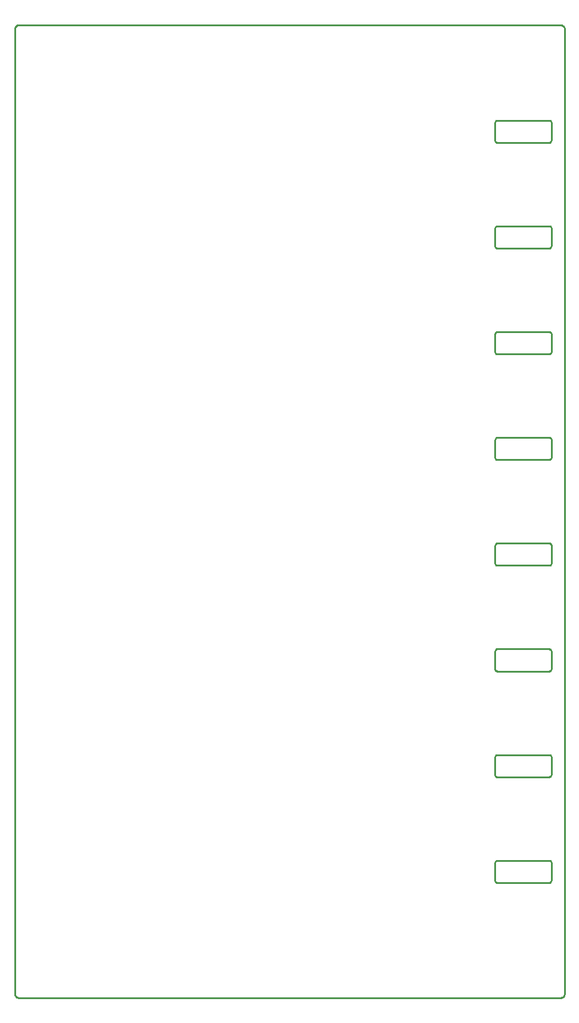
<source format=gbr>
*
%FSLAX26Y26*%
%MOIN*%
%ADD10C,0.010000*%
%IPPOS*%
%LNgko.gbr*%
%LPD*%
%SRX1Y1I0J0*%
G01*
G75*
G54D10*
X2694213Y1232953D02*
X2690869Y1233443D01*
X2687806Y1234872D01*
X2685283Y1237119D01*
X2683510Y1239996D01*
X2682637Y1243261D01*
X2682559Y1244606D01*
X2694213Y1232953D02*
X2984921D01*
X2996575Y1244606D02*
X2996085Y1241263D01*
X2994656Y1238200D01*
X2992409Y1235676D01*
X2989531Y1233903D01*
X2986267Y1233031D01*
X2984921Y1232953D01*
X2996575Y4787913D02*
Y4888465D01*
X2984921Y4900118D02*
X2988265Y4899628D01*
X2991328Y4898199D01*
X2993851Y4895952D01*
X2995624Y4893075D01*
X2996497Y4889810D01*
X2996575Y4888465D01*
X2694213Y4900118D02*
X2984921D01*
X2682559Y4888465D02*
X2683049Y4891808D01*
X2684478Y4894871D01*
X2686725Y4897395D01*
X2689602Y4899167D01*
X2692867Y4900040D01*
X2694213Y4900118D01*
X2996575Y4787913D02*
X2996085Y4784570D01*
X2994656Y4781507D01*
X2992409Y4778983D01*
X2989531Y4777211D01*
X2986267Y4776338D01*
X2984921Y4776260D01*
X2694213D02*
X2984921D01*
X2694213D02*
X2690869Y4776750D01*
X2687806Y4778179D01*
X2685283Y4780426D01*
X2683510Y4783303D01*
X2682637Y4786568D01*
X2682559Y4787913D01*
Y4888465D01*
X2996575Y4197362D02*
Y4297913D01*
X2984921Y4309567D02*
X2988265Y4309077D01*
X2991328Y4307648D01*
X2993851Y4305401D01*
X2995624Y4302524D01*
X2996497Y4299259D01*
X2996575Y4297913D01*
X2694213Y4309567D02*
X2984921D01*
X2682559Y4297913D02*
X2683049Y4301257D01*
X2684478Y4304320D01*
X2686725Y4306843D01*
X2689602Y4308616D01*
X2692867Y4309489D01*
X2694213Y4309567D01*
X2996575Y4197362D02*
X2996085Y4194019D01*
X2994656Y4190956D01*
X2992409Y4188432D01*
X2989531Y4186659D01*
X2986267Y4185787D01*
X2984921Y4185709D01*
X2694213D02*
X2984921D01*
X2694213D02*
X2690869Y4186199D01*
X2687806Y4187627D01*
X2685283Y4189875D01*
X2683510Y4192752D01*
X2682637Y4196017D01*
X2682559Y4197362D01*
Y4297913D01*
X2996575Y3606811D02*
Y3707362D01*
X2984921Y3719016D02*
X2988265Y3718526D01*
X2991328Y3717097D01*
X2993851Y3714850D01*
X2995624Y3711972D01*
X2996497Y3708708D01*
X2996575Y3707362D01*
X2694213Y3719016D02*
X2984921D01*
X2682559Y3707362D02*
X2683049Y3710706D01*
X2684478Y3713769D01*
X2686725Y3716292D01*
X2689602Y3718065D01*
X2692867Y3718938D01*
X2694213Y3719016D01*
X2996575Y3606811D02*
X2996085Y3603467D01*
X2994656Y3600405D01*
X2992409Y3597881D01*
X2989531Y3596108D01*
X2986267Y3595235D01*
X2984921Y3595157D01*
X2694213D02*
X2984921D01*
X2694213D02*
X2690869Y3595647D01*
X2687806Y3597076D01*
X2685283Y3599324D01*
X2683510Y3602201D01*
X2682637Y3605466D01*
X2682559Y3606811D01*
Y3707362D01*
X2996575Y3016260D02*
Y3116811D01*
X2984921Y3128465D02*
X2988265Y3127975D01*
X2991328Y3126546D01*
X2993851Y3124298D01*
X2995624Y3121421D01*
X2996497Y3118156D01*
X2996575Y3116811D01*
X2694213Y3128465D02*
X2984921D01*
X2682559Y3116811D02*
X2683049Y3120155D01*
X2684478Y3123217D01*
X2686725Y3125741D01*
X2689602Y3127514D01*
X2692867Y3128387D01*
X2694213Y3128465D01*
X2996575Y3016260D02*
X2996085Y3012916D01*
X2994656Y3009854D01*
X2992409Y3007330D01*
X2989531Y3005557D01*
X2986267Y3004684D01*
X2984921Y3004606D01*
X2694213D02*
X2984921D01*
X2694213D02*
X2690869Y3005096D01*
X2687806Y3006525D01*
X2685283Y3008773D01*
X2683510Y3011650D01*
X2682637Y3014914D01*
X2682559Y3016260D01*
Y3116811D01*
X2996575Y2425709D02*
Y2526260D01*
X2984921Y2537913D02*
X2988265Y2537423D01*
X2991328Y2535995D01*
X2993851Y2533747D01*
X2995624Y2530870D01*
X2996497Y2527605D01*
X2996575Y2526260D01*
X2694213Y2537913D02*
X2984921D01*
X2682559Y2526260D02*
X2683049Y2529604D01*
X2684478Y2532666D01*
X2686725Y2535190D01*
X2689602Y2536963D01*
X2692867Y2537835D01*
X2694213Y2537913D01*
X2996575Y2425709D02*
X2996085Y2422365D01*
X2994656Y2419302D01*
X2992409Y2416779D01*
X2989531Y2415006D01*
X2986267Y2414133D01*
X2984921Y2414055D01*
X2694213D02*
X2984921D01*
X2694213D02*
X2690869Y2414545D01*
X2687806Y2415974D01*
X2685283Y2418221D01*
X2683510Y2421099D01*
X2682637Y2424363D01*
X2682559Y2425709D01*
Y2526260D01*
X2996575Y1835157D02*
Y1935709D01*
X2984921Y1947362D02*
X2988265Y1946872D01*
X2991328Y1945443D01*
X2993851Y1943196D01*
X2995624Y1940319D01*
X2996497Y1937054D01*
X2996575Y1935709D01*
X2694213Y1947362D02*
X2984921D01*
X2682559Y1935709D02*
X2683049Y1939052D01*
X2684478Y1942115D01*
X2686725Y1944639D01*
X2689602Y1946412D01*
X2692867Y1947284D01*
X2694213Y1947362D01*
X2996575Y1835157D02*
X2996085Y1831814D01*
X2994656Y1828751D01*
X2992409Y1826227D01*
X2989531Y1824455D01*
X2986267Y1823582D01*
X2984921Y1823504D01*
X2694213D02*
X2984921D01*
X2694213D02*
X2690869Y1823994D01*
X2687806Y1825423D01*
X2685283Y1827670D01*
X2683510Y1830547D01*
X2682637Y1833812D01*
X2682559Y1835157D01*
Y1935709D01*
X2996575Y1244606D02*
Y1345157D01*
X2984921Y1356811D02*
X2988265Y1356321D01*
X2991328Y1354892D01*
X2993851Y1352645D01*
X2995624Y1349768D01*
X2996497Y1346503D01*
X2996575Y1345157D01*
X2694213Y1356811D02*
X2984921D01*
X2682559Y1345157D02*
X2683049Y1348501D01*
X2684478Y1351564D01*
X2686725Y1354088D01*
X2689602Y1355860D01*
X2692867Y1356733D01*
X2694213Y1356811D01*
X2682559Y1244606D02*
Y1345157D01*
X2694213Y766260D02*
X2984921D01*
X2682559Y754606D02*
X2683049Y757950D01*
X2684478Y761013D01*
X2686725Y763536D01*
X2689602Y765309D01*
X2692867Y766182D01*
X2694213Y766260D01*
X2984921D02*
X2988265Y765770D01*
X2991328Y764341D01*
X2993851Y762094D01*
X2995624Y759216D01*
X2996497Y755952D01*
X2996575Y754606D01*
Y654055D02*
Y754606D01*
Y654055D02*
X2996085Y650711D01*
X2994656Y647649D01*
X2992409Y645125D01*
X2989531Y643352D01*
X2986267Y642480D01*
X2984921Y642402D01*
X2694213D02*
X2690869Y642892D01*
X2687806Y644320D01*
X2685283Y646568D01*
X2683510Y649445D01*
X2682637Y652710D01*
X2682559Y654055D01*
Y754606D01*
X2694213Y642402D02*
X2984921D01*
X3070866Y5409449D02*
X3070374Y5414244D01*
X3068920Y5418839D01*
X3066562Y5423043D01*
X3063401Y5426682D01*
X3059566Y5429602D01*
X3055219Y5431684D01*
X3050539Y5432840D01*
X3047244Y5433071D01*
X0Y5409449D02*
X492Y5414244D01*
X1947Y5418839D01*
X4304Y5423043D01*
X7466Y5426682D01*
X11300Y5429602D01*
X15647Y5431684D01*
X20327Y5432840D01*
X23622Y5433071D01*
X3047244D02*
X23622D01*
X3070866Y23622D02*
X3070374Y18827D01*
X3068920Y14232D01*
X3066562Y10028D01*
X3063401Y6389D01*
X3059566Y3469D01*
X3055219Y1387D01*
X3050539Y231D01*
X3047244Y0D01*
X3070866Y23622D02*
Y5409449D01*
X0Y23622D02*
X492Y18827D01*
X1947Y14232D01*
X4304Y10028D01*
X7466Y6389D01*
X11300Y3469D01*
X15647Y1387D01*
X20327Y231D01*
X23622Y0D01*
X0Y23622D02*
Y5409449D01*
X23622Y0D02*
X3047244D01*
M02*

</source>
